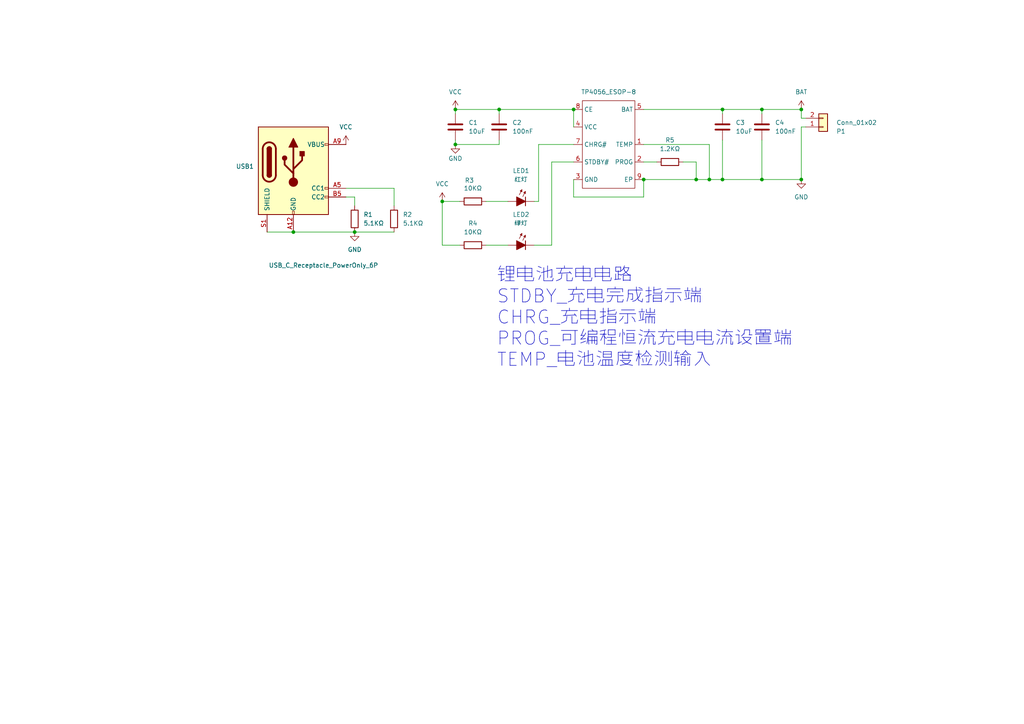
<source format=kicad_sch>
(kicad_sch (version 20250114) (generator "eeschema") (generator_version "9.0")
  (paper "A4")
  (lib_symbols
    (symbol "Connector:USB_C_Receptacle_PowerOnly_6P" (pin_names (offset 1.016))
      (property "Reference" "J" (at 0 16.51 0))
      (property "Value" "USB_C_Receptacle_PowerOnly_6P" (at 0 13.97 0))
      (symbol "USB_C_Receptacle_PowerOnly_6P_0_0"
        (rectangle (start -0.254 -12.7) (end 0.254 -11.684))
        (rectangle (start 10.16 7.874) (end 9.144 7.366))
        (rectangle (start 10.16 -4.826) (end 9.144 -5.334))
        (rectangle (start 10.16 -7.366) (end 9.144 -7.874))
      )
      (symbol "USB_C_Receptacle_PowerOnly_6P_0_1"
        (rectangle (start -10.16 12.7) (end 10.16 -12.7) (stroke (width 0.254)) (fill (type background)))
        (polyline (pts (xy -8.89 -1.27) (xy -8.89 6.35)) (stroke (width 0.508)))
        (rectangle (start -7.62 -1.27) (end -6.35 6.35) (stroke (width 0.254)) (fill (type outline)))
        (arc (start -7.62 6.35) (mid -6.985 6.9823) (end -6.35 6.35) (stroke (width 0.254)))
        (arc (start -7.62 6.35) (mid -6.985 6.9823) (end -6.35 6.35) (stroke (width 0.254)) (fill (type outline)))
        (arc (start -8.89 6.35) (mid -6.985 8.2467) (end -5.08 6.35) (stroke (width 0.508)))
        (arc (start -5.08 -1.27) (mid -6.985 -3.1667) (end -8.89 -1.27) (stroke (width 0.508)))
        (arc (start -6.35 -1.27) (mid -6.985 -1.9023) (end -7.62 -1.27) (stroke (width 0.254)))
        (arc (start -6.35 -1.27) (mid -6.985 -1.9023) (end -7.62 -1.27) (stroke (width 0.254)) (fill (type outline)))
        (polyline (pts (xy -5.08 6.35) (xy -5.08 -1.27)) (stroke (width 0.508)))
        (circle (center -2.54 3.683) (radius 0.635) (stroke (width 0.254)) (fill (type outline)))
        (polyline (pts (xy -1.27 6.858) (xy 0 9.398) (xy 1.27 6.858) (xy -1.27 6.858)) (stroke (width 0.254)) (fill (type outline)))
        (polyline (pts (xy 0 0.508) (xy 2.54 3.048) (xy 2.54 4.318)) (stroke (width 0.508)))
        (polyline (pts (xy 0 -0.762) (xy -2.54 1.778) (xy -2.54 3.048)) (stroke (width 0.508)))
        (polyline (pts (xy 0 -3.302) (xy 0 6.858)) (stroke (width 0.508)))
        (circle (center 0 -3.302) (radius 1.27) (fill (type outline)))
        (rectangle (start 1.905 4.318) (end 3.175 5.588) (stroke (width 0.254)) (fill (type outline)))
      )
      (symbol "USB_C_Receptacle_PowerOnly_6P_1_1"
        (pin passive line (at -7.62 -17.78 90) (length 5.08) (name "SHIELD") (number "S1"))
        (pin passive line (at 0 -17.78 90) (length 5.08) (name "GND") (number "A12"))
        (pin passive line (at 0 -17.78 90) (length 5.08) (hide yes) (name "GND") (number "B12"))
        (pin passive line (at 15.24 7.62 180) (length 5.08) (name "VBUS") (number "A9"))
        (pin passive line (at 15.24 7.62 180) (length 5.08) (hide yes) (name "VBUS") (number "B9"))
        (pin bidirectional line (at 15.24 -5.08 180) (length 5.08) (name "CC1") (number "A5"))
        (pin bidirectional line (at 15.24 -7.62 180) (length 5.08) (name "CC2") (number "B5"))
      )
    )
    (symbol "Connector_Generic:Conn_01x02" (pin_names (offset 1.016) (hide yes))
      (property "Reference" "J" (at 0 2.54 0))
      (property "Value" "Conn_01x02" (at 0 -5.08 0))
      (symbol "Conn_01x02_1_1"
        (rectangle (start -1.27 1.27) (end 1.27 -3.81) (stroke (width 0.254)) (fill (type background)))
        (rectangle (start -1.27 0.127) (end 0 -0.127) (stroke (width 0.1524)))
        (rectangle (start -1.27 -2.413) (end 0 -2.667) (stroke (width 0.1524)))
        (pin passive line (at -5.08 0 0) (length 3.81) (name "Pin_1") (number "1"))
        (pin passive line (at -5.08 -2.54 0) (length 3.81) (name "Pin_2") (number "2"))
      )
    )
    (symbol "PCM_Capacitor_AKL:C_1206" (pin_numbers (hide yes)) (pin_names (offset 0.254))
      (property "Reference" "C" (at 0.635 2.54 0))
      (property "Value" "C_1206" (at 0.635 -2.54 0))
      (symbol "C_1206_0_1"
        (polyline (pts (xy -2.032 0.762) (xy 2.032 0.762)) (stroke (width 0.508)))
        (polyline (pts (xy -2.032 -0.762) (xy 2.032 -0.762)) (stroke (width 0.508)))
      )
      (symbol "C_1206_0_2"
        (polyline (pts (xy -2.54 -2.54) (xy -0.381 -0.381)))
        (polyline (pts (xy -0.508 -0.508) (xy -1.651 0.635)) (stroke (width 0.508)))
        (polyline (pts (xy -0.508 -0.508) (xy 0.635 -1.651)) (stroke (width 0.508)))
        (polyline (pts (xy 0.381 0.381) (xy 2.54 2.54)))
        (polyline (pts (xy 0.508 0.508) (xy -0.635 1.651)) (stroke (width 0.508)))
        (polyline (pts (xy 0.508 0.508) (xy 1.651 -0.635)) (stroke (width 0.508)))
      )
      (symbol "C_1206_1_1"
        (pin passive line (at 0 3.81 270) (length 2.794) (name "~") (number "1"))
        (pin passive line (at 0 -3.81 90) (length 2.794) (name "~") (number "2"))
      )
      (symbol "C_1206_1_2"
        (pin passive line (at -2.54 -2.54 90) (length 0) (name "~") (number "2"))
        (pin passive line (at 2.54 2.54 270) (length 0) (name "~") (number "1"))
      )
    )
    (symbol "PCM_LED_AKL:LED_1206" (pin_numbers (hide yes)) (pin_names (offset 1.016) (hide yes))
      (property "Reference" "LED" (at 0 7.62 0))
      (property "Value" "LED_1206" (at 0 5.08 0))
      (symbol "LED_1206_0_1"
        (polyline (pts (xy -1.27 1.27) (xy -1.27 -1.27) (xy 1.27 0) (xy -1.27 1.27)) (stroke (width 0.254)) (fill (type outline)))
        (polyline (pts (xy -0.508 1.905) (xy 0.254 3.429)) (stroke (width 0.1524)))
        (polyline (pts (xy 0 2.921) (xy -0.254 3.048)) (stroke (width 0.1524)))
        (polyline (pts (xy 0 2.921) (xy 0.254 2.794)) (stroke (width 0.1524)))
        (polyline (pts (xy 0.254 2.794) (xy -0.254 3.048) (xy 0.254 3.429) (xy 0.254 2.794)) (stroke (width 0.1524)) (fill (type outline)))
        (polyline (pts (xy 0.508 1.397) (xy 1.27 2.921)) (stroke (width 0.1524)))
        (polyline (pts (xy 1.016 2.413) (xy 0.762 2.54)) (stroke (width 0.1524)))
        (polyline (pts (xy 1.016 2.413) (xy 1.27 2.286)) (stroke (width 0.1524)))
        (polyline (pts (xy 1.27 2.286) (xy 0.762 2.54) (xy 1.27 2.921) (xy 1.27 2.286)) (stroke (width 0.1524)) (fill (type outline)))
        (polyline (pts (xy 1.27 1.27) (xy 1.27 -1.27)) (stroke (width 0.254)))
        (polyline (pts (xy 1.27 0) (xy -1.27 0)))
      )
      (symbol "LED_1206_0_2"
        (polyline (pts (xy -2.54 -2.54) (xy 2.54 2.54)))
        (polyline (pts (xy -2.159 2.413) (xy -2.286 1.778) (xy -1.6764 1.9812) (xy -2.159 2.413)) (fill (type outline)))
        (polyline (pts (xy -1.651 0.889) (xy -2.159 2.413)))
        (polyline (pts (xy -1.016 2.794) (xy -1.143 2.159) (xy -0.5334 2.3622) (xy -1.016 2.794)) (fill (type outline)))
        (polyline (pts (xy -0.889 -0.889) (xy -1.778 0) (xy 0.889 0.889) (xy 0 -1.778) (xy -0.889 -0.889)) (stroke (width 0.254)) (fill (type outline)))
        (polyline (pts (xy -0.508 1.27) (xy -1.016 2.794)))
        (polyline (pts (xy 0 1.778) (xy 1.778 0)) (stroke (width 0.254)))
      )
      (symbol "LED_1206_1_1"
        (pin passive line (at -3.81 0 0) (length 2.54) (name "A") (number "2"))
        (pin passive line (at 3.81 0 180) (length 2.54) (name "K") (number "1"))
      )
      (symbol "LED_1206_1_2"
        (pin passive line (at -2.54 -2.54 0) (length 0) (name "A") (number "2"))
        (pin passive line (at 2.54 2.54 180) (length 0) (name "K") (number "1"))
      )
    )
    (symbol "PCM_Resistor_AKL:R_1206" (pin_numbers (hide yes)) (pin_names (offset 0))
      (property "Reference" "R" (at 2.54 1.27 0))
      (property "Value" "R_1206" (at 2.54 -1.27 0))
      (symbol "R_1206_0_1"
        (rectangle (start -1.016 2.54) (end 1.016 -2.54) (stroke (width 0.254)))
      )
      (symbol "R_1206_0_2"
        (polyline (pts (xy -2.54 -2.54) (xy -1.524 -1.524)))
        (polyline (pts (xy 1.524 1.524) (xy 2.54 2.54)))
        (polyline (pts (xy 1.524 1.524) (xy 0.889 2.159) (xy -2.159 -0.889) (xy -0.889 -2.159) (xy 2.159 0.889) (xy 1.524 1.524)) (stroke (width 0.254)))
      )
      (symbol "R_1206_1_1"
        (pin passive line (at 0 3.81 270) (length 1.27) (name "~") (number "1"))
        (pin passive line (at 0 -3.81 90) (length 1.27) (name "~") (number "2"))
      )
      (symbol "R_1206_1_2"
        (pin passive line (at -2.54 -2.54 0) (length 0) (name "") (number "2"))
        (pin passive line (at 2.54 2.54 180) (length 0) (name "") (number "1"))
      )
    )
    (symbol "power:GND" (power) (pin_numbers (hide yes)) (pin_names (offset 0) (hide yes))
      (property "Value" "GND" (at 0 -3.81 0))
      (symbol "GND_0_1"
        (polyline (pts (xy 0 0) (xy 0 -1.27) (xy 1.27 -1.27) (xy 0 -2.54) (xy -1.27 -1.27) (xy 0 -1.27)))
      )
      (symbol "GND_1_1"
        (pin power_in line (at 0 0 270) (length 0) (name "~") (number "1"))
      )
    )
    (symbol "power:VCC" (power) (pin_numbers (hide yes)) (pin_names (offset 0) (hide yes))
      (property "Value" "VCC" (at 0 3.556 0))
      (symbol "VCC_0_1"
        (polyline (pts (xy -0.762 1.27) (xy 0 2.54)))
        (polyline (pts (xy 0 2.54) (xy 0.762 1.27)))
        (polyline (pts (xy 0 0) (xy 0 2.54)))
      )
      (symbol "VCC_1_1"
        (pin power_in line (at 0 0 90) (length 0) (name "~") (number "1"))
      )
    )
    (symbol "wsylib:TP4056_ESOP-8"
      (property "Reference" "U" (at 0 17.78 0))
      (property "Value" "TP4056_ESOP-8" (at 0 0 0))
      (symbol "TP4056_ESOP-8_1_0"
        (rectangle (start -7.62 12.7) (end 7.62 -12.7))
        (pin input line (at -10.16 10.16 0) (length 2.54) (name "CE") (number "8"))
        (pin input line (at -10.16 5.08 0) (length 2.54) (name "VCC") (number "4"))
        (pin input line (at -10.16 0 0) (length 2.54) (name "CHRG#") (number "7"))
        (pin input line (at -10.16 -5.08 0) (length 2.54) (name "STDBY#") (number "6"))
        (pin input line (at -10.16 -10.16 0) (length 2.54) (name "GND") (number "3"))
        (pin input line (at 10.16 10.16 180) (length 2.54) (name "BAT") (number "5"))
        (pin input line (at 10.16 0 180) (length 2.54) (name "TEMP") (number "1"))
        (pin input line (at 10.16 -5.08 180) (length 2.54) (name "PROG") (number "2"))
        (pin input line (at 10.16 -10.16 180) (length 2.54) (name "EP") (number "9"))
      )
    )
  )
  (text "锂电池充电电路\nSTDBY_充电完成指示端\nCHRG_充电指示端\nPROG_可编程恒流充电电流设置端\nTEMP_电池温度检测输入" (at 144.018 92.202 0) (effects (font (size 3.81 3.81)) (justify left)))
  (junction (at 209.55 31.75))
  (junction (at 232.41 31.75))
  (junction (at 128.27 58.42))
  (junction (at 132.08 41.91))
  (junction (at 144.78 31.75))
  (junction (at 85.09 67.31))
  (junction (at 201.93 52.07))
  (junction (at 232.41 52.07))
  (junction (at 220.98 31.75))
  (junction (at 102.87 67.31))
  (junction (at 205.74 52.07))
  (junction (at 132.08 31.75))
  (junction (at 166.37 31.75))
  (junction (at 220.98 52.07))
  (junction (at 186.69 52.07))
  (junction (at 209.55 52.07))
  (wire (pts (xy 209.55 31.75) (xy 209.55 33.02)))
  (wire (pts (xy 166.37 41.91) (xy 156.21 41.91)))
  (wire (pts (xy 220.98 40.64) (xy 220.98 52.07)))
  (wire (pts (xy 201.93 46.99) (xy 201.93 52.07)))
  (wire (pts (xy 220.98 31.75) (xy 232.41 31.75)))
  (wire (pts (xy 220.98 31.75) (xy 220.98 33.02)))
  (wire (pts (xy 77.47 67.31) (xy 85.09 67.31)))
  (wire (pts (xy 166.37 31.75) (xy 166.37 36.83)))
  (wire (pts (xy 140.97 58.42) (xy 147.32 58.42)))
  (wire (pts (xy 156.21 41.91) (xy 156.21 58.42)))
  (wire (pts (xy 160.02 46.99) (xy 166.37 46.99)))
  (wire (pts (xy 154.94 58.42) (xy 156.21 58.42)))
  (wire (pts (xy 132.08 31.75) (xy 144.78 31.75)))
  (wire (pts (xy 190.5 46.99) (xy 186.69 46.99)))
  (wire (pts (xy 128.27 58.42) (xy 133.35 58.42)))
  (wire (pts (xy 154.94 71.12) (xy 160.02 71.12)))
  (wire (pts (xy 209.55 40.64) (xy 209.55 52.07)))
  (wire (pts (xy 209.55 31.75) (xy 220.98 31.75)))
  (wire (pts (xy 220.98 52.07) (xy 232.41 52.07)))
  (wire (pts (xy 198.12 46.99) (xy 201.93 46.99)))
  (wire (pts (xy 144.78 40.64) (xy 144.78 41.91)))
  (wire (pts (xy 132.08 41.91) (xy 144.78 41.91)))
  (wire (pts (xy 128.27 58.42) (xy 128.27 71.12)))
  (wire (pts (xy 132.08 40.64) (xy 132.08 41.91)))
  (wire (pts (xy 160.02 71.12) (xy 160.02 46.99)))
  (wire (pts (xy 166.37 52.07) (xy 166.37 57.15)))
  (wire (pts (xy 186.69 57.15) (xy 186.69 52.07)))
  (wire (pts (xy 128.27 71.12) (xy 133.35 71.12)))
  (wire (pts (xy 132.08 31.75) (xy 132.08 33.02)))
  (wire (pts (xy 186.69 52.07) (xy 201.93 52.07)))
  (wire (pts (xy 186.69 41.91) (xy 205.74 41.91)))
  (wire (pts (xy 232.41 52.07) (xy 232.41 36.83)))
  (wire (pts (xy 102.87 67.31) (xy 114.3 67.31)))
  (wire (pts (xy 186.69 31.75) (xy 209.55 31.75)))
  (wire (pts (xy 114.3 54.61) (xy 114.3 59.69)))
  (wire (pts (xy 205.74 52.07) (xy 209.55 52.07)))
  (wire (pts (xy 140.97 71.12) (xy 147.32 71.12)))
  (wire (pts (xy 166.37 57.15) (xy 186.69 57.15)))
  (wire (pts (xy 232.41 36.83) (xy 233.68 36.83)))
  (wire (pts (xy 100.33 57.15) (xy 102.87 57.15)))
  (wire (pts (xy 205.74 41.91) (xy 205.74 52.07)))
  (wire (pts (xy 144.78 31.75) (xy 166.37 31.75)))
  (wire (pts (xy 201.93 52.07) (xy 205.74 52.07)))
  (wire (pts (xy 144.78 31.75) (xy 144.78 33.02)))
  (wire (pts (xy 102.87 57.15) (xy 102.87 59.69)))
  (wire (pts (xy 232.41 34.29) (xy 233.68 34.29)))
  (wire (pts (xy 100.33 54.61) (xy 114.3 54.61)))
  (wire (pts (xy 232.41 31.75) (xy 232.41 34.29)))
  (wire (pts (xy 85.09 67.31) (xy 102.87 67.31)))
  (wire (pts (xy 209.55 52.07) (xy 220.98 52.07)))
  (symbol (lib_id "power:GND") (at 232.41 52.07 0) (unit 1)
    (property "Reference" "#PWR07" (effects (hide yes)))
    (property "Value" "GND" (at 232.41 57.15 0))
    (property "Description" "Power symbol creates a global label with name \"GND\" , ground" (effects (hide yes)))
  )
  (symbol (lib_id "power:VCC") (at 128.27 58.42 0) (unit 1)
    (property "Reference" "#PWR03" (effects (hide yes)))
    (property "Value" "VCC" (at 128.27 53.34 0))
    (property "Description" "Power symbol creates a global label with name \"VCC\"" (effects (hide yes)))
  )
  (symbol (lib_id "Connector_Generic:Conn_01x02") (at 238.76 36.83 0) (mirror x) (unit 1)
    (property "Reference" "P1" (at 242.57 38.1001 0) (effects (justify left)))
    (property "Value" "Conn_01x02" (at 242.57 35.5601 0) (effects (justify left)))
    (property "Footprint" "Connector_Samtec_HPM_THT:Samtec_HPM-02-05-x-S_Straight_1x02_Pitch5.08mm" (effects (hide yes)))
    (property "Description" "Generic connector, single row, 01x02, script generated (kicad-library-utils/schlib/autogen/connector/)" (effects (hide yes)))
  )
  (symbol (lib_id "PCM_Capacitor_AKL:C_1206") (at 132.08 36.83 0) (unit 1)
    (property "Reference" "C1" (at 135.89 35.5599 0) (effects (justify left)))
    (property "Value" "10uF" (at 135.89 38.0999 0) (effects (justify left)))
    (property "Footprint" "PCM_Capacitor_SMD_AKL:C_1206_3216Metric" (effects (hide yes)))
    (property "Description" "SMD 1206 MLCC capacitor, Alternate KiCad Library" (effects (hide yes)))
  )
  (symbol (lib_id "PCM_LED_AKL:LED_1206") (at 151.13 71.12 0) (unit 1)
    (property "Reference" "LED2" (at 151.13 62.23 0))
    (property "Value" "绿灯" (at 151.13 64.77 0))
    (property "Footprint" "PCM_LED_SMD_AKL:LED_1206_3216Metric" (effects (hide yes)))
    (property "Description" "SMD LED, 1206, Alternate KiCad Library" (effects (hide yes)))
  )
  (symbol (lib_id "power:VCC") (at 232.41 31.75 0) (unit 1)
    (property "Reference" "#PWR06" (effects (hide yes)))
    (property "Value" "BAT" (at 232.41 26.67 0))
    (property "Description" "Power symbol creates a global label with name \"VCC\"" (effects (hide yes)))
  )
  (symbol (lib_id "PCM_LED_AKL:LED_1206") (at 151.13 58.42 0) (unit 1)
    (property "Reference" "LED1" (at 151.13 49.53 0))
    (property "Value" "红灯" (at 151.13 52.07 0))
    (property "Footprint" "PCM_LED_SMD_AKL:LED_1206_3216Metric" (effects (hide yes)))
    (property "Description" "SMD LED, 1206, Alternate KiCad Library" (effects (hide yes)))
  )
  (symbol (lib_id "power:VCC") (at 100.33 41.91 0) (unit 1)
    (property "Reference" "#PWR01" (effects (hide yes)))
    (property "Value" "VCC" (at 100.33 36.83 0))
    (property "Description" "Power symbol creates a global label with name \"VCC\"" (effects (hide yes)))
  )
  (symbol (lib_id "PCM_Capacitor_AKL:C_1206") (at 209.55 36.83 0) (unit 1)
    (property "Reference" "C3" (at 213.36 35.5599 0) (effects (justify left)))
    (property "Value" "10uF" (at 213.36 38.0999 0) (effects (justify left)))
    (property "Footprint" "PCM_Capacitor_SMD_AKL:C_1206_3216Metric" (effects (hide yes)))
    (property "Description" "SMD 1206 MLCC capacitor, Alternate KiCad Library" (effects (hide yes)))
  )
  (symbol (lib_id "power:GND") (at 132.08 41.91 0) (unit 1)
    (property "Reference" "#PWR05" (effects (hide yes)))
    (property "Value" "GND" (at 132.08 45.974 0))
    (property "Description" "Power symbol creates a global label with name \"GND\" , ground" (effects (hide yes)))
  )
  (symbol (lib_id "PCM_Resistor_AKL:R_1206") (at 137.16 71.12 90) (unit 1)
    (property "Reference" "R4" (at 137.16 64.77 90))
    (property "Value" "10KΩ" (at 137.16 67.31 90))
    (property "Footprint" "PCM_Resistor_SMD_AKL:R_1206_3216Metric" (effects (hide yes)))
    (property "Description" "SMD 1206 Chip Resistor, European Symbol, Alternate KiCad Library" (effects (hide yes)))
  )
  (symbol (lib_id "PCM_Resistor_AKL:R_1206") (at 194.31 46.99 270) (unit 1)
    (property "Reference" "R5" (at 194.31 40.64 90))
    (property "Value" "1.2KΩ" (at 194.31 43.18 90))
    (property "Footprint" "PCM_Resistor_SMD_AKL:R_1206_3216Metric" (effects (hide yes)))
    (property "Description" "SMD 1206 Chip Resistor, European Symbol, Alternate KiCad Library" (effects (hide yes)))
  )
  (symbol (lib_id "PCM_Resistor_AKL:R_1206") (at 137.16 58.42 90) (unit 1)
    (property "Reference" "R3" (at 136.144 52.324 90))
    (property "Value" "10KΩ" (at 137.16 54.61 90))
    (property "Footprint" "PCM_Resistor_SMD_AKL:R_1206_3216Metric" (effects (hide yes)))
    (property "Description" "SMD 1206 Chip Resistor, European Symbol, Alternate KiCad Library" (effects (hide yes)))
  )
  (symbol (lib_id "PCM_Resistor_AKL:R_1206") (at 114.3 63.5 180) (unit 1)
    (property "Reference" "R2" (at 116.84 62.2299 0) (effects (justify right)))
    (property "Value" "5.1KΩ" (at 116.84 64.7699 0) (effects (justify right)))
    (property "Footprint" "PCM_Resistor_SMD_AKL:R_1206_3216Metric" (effects (hide yes)))
    (property "Description" "SMD 1206 Chip Resistor, European Symbol, Alternate KiCad Library" (effects (hide yes)))
  )
  (symbol (lib_id "PCM_Capacitor_AKL:C_1206") (at 220.98 36.83 0) (unit 1)
    (property "Reference" "C4" (at 224.79 35.5599 0) (effects (justify left)))
    (property "Value" "100nF" (at 224.79 38.0999 0) (effects (justify left)))
    (property "Footprint" "PCM_Capacitor_SMD_AKL:C_1206_3216Metric" (effects (hide yes)))
    (property "Description" "SMD 1206 MLCC capacitor, Alternate KiCad Library" (effects (hide yes)))
  )
  (symbol (lib_id "power:VCC") (at 132.08 31.75 0) (unit 1)
    (property "Reference" "#PWR04" (effects (hide yes)))
    (property "Value" "VCC" (at 132.08 26.67 0))
    (property "Description" "Power symbol creates a global label with name \"VCC\"" (effects (hide yes)))
  )
  (symbol (lib_id "Connector:USB_C_Receptacle_PowerOnly_6P") (at 85.09 49.53 0) (unit 1)
    (property "Reference" "USB1" (at 73.66 48.2599 0) (effects (justify right)))
    (property "Value" "USB_C_Receptacle_PowerOnly_6P" (at 109.728 76.962 0) (effects (justify right)))
    (property "Footprint" "Connector_USB:USB_C_Receptacle_GCT_USB4125-xx-x-0190_6P_TopMnt_Horizontal" (effects (hide yes)))
    (property "Datasheet" "https://www.usb.org/sites/default/files/documents/usb_type-c.zip" (effects (hide yes)))
    (property "Description" "USB Power-Only 6P Type-C Receptacle connector" (effects (hide yes)))
  )
  (symbol (lib_id "wsylib:TP4056_ESOP-8") (at 176.53 41.91 0) (unit 1)
    (property "Reference" "U1" (effects (hide yes)))
    (property "Value" "TP4056_ESOP-8" (at 176.53 26.67 0))
    (property "Footprint" "PCM_Package_SO_AKL:HSOP-8-1EP_3.9x4.9mm_P1.27mm_EP2.41x3.1mm" (effects (hide yes)))
    (property "Datasheet" "https://atta.szlcsc.com/upload/public/pdf/source/20231225/853A769B08D4F9E636234A223FE051E4.pdf" (effects (hide yes)))
    (property "Description" "TP4056_ESOP-8" (effects (hide yes)))
  )
  (symbol (lib_id "PCM_Capacitor_AKL:C_1206") (at 144.78 36.83 0) (unit 1)
    (property "Reference" "C2" (at 148.59 35.5599 0) (effects (justify left)))
    (property "Value" "100nF" (at 148.59 38.0999 0) (effects (justify left)))
    (property "Footprint" "PCM_Capacitor_SMD_AKL:C_1206_3216Metric" (effects (hide yes)))
    (property "Description" "SMD 1206 MLCC capacitor, Alternate KiCad Library" (effects (hide yes)))
  )
  (symbol (lib_id "PCM_Resistor_AKL:R_1206") (at 102.87 63.5 180) (unit 1)
    (property "Reference" "R1" (at 105.41 62.2299 0) (effects (justify right)))
    (property "Value" "5.1KΩ" (at 105.41 64.7699 0) (effects (justify right)))
    (property "Footprint" "PCM_Resistor_SMD_AKL:R_1206_3216Metric" (effects (hide yes)))
    (property "Description" "SMD 1206 Chip Resistor, European Symbol, Alternate KiCad Library" (effects (hide yes)))
  )
  (symbol (lib_id "power:GND") (at 102.87 67.31 0) (unit 1)
    (property "Reference" "#PWR02" (effects (hide yes)))
    (property "Value" "GND" (at 102.87 72.39 0))
    (property "Description" "Power symbol creates a global label with name \"GND\" , ground" (effects (hide yes)))
  )
)
</source>
